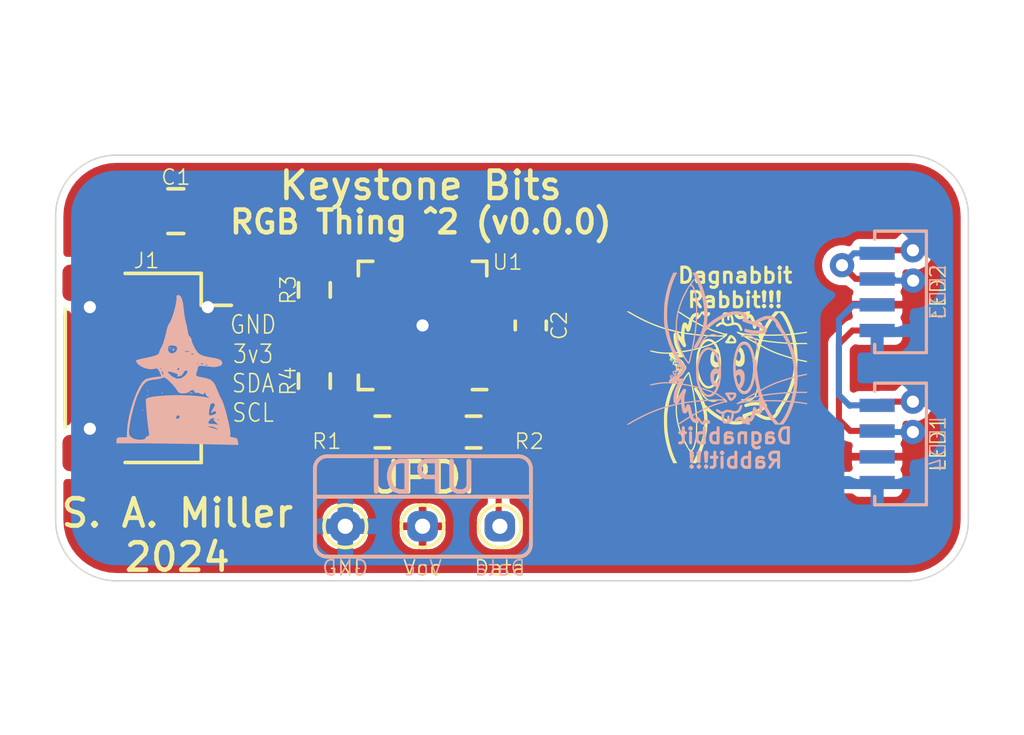
<source format=kicad_pcb>
(kicad_pcb (version 20211014) (generator pcbnew)
  (title_block (title "Keystone Bits") (date "2024") (rev "0.0.0") (company "S. A. Miller") (comment 1 "RGB Thing ^2"))
  (layers (0 "F.Cu" signal) (31 "B.Cu" signal) (34 "B.Paste" user) (35 "F.Paste" user) (36 "B.SilkS" user "B.Silkscreen") (37 "F.SilkS" user "F.Silkscreen") (38 "B.Mask" user) (39 "F.Mask" user) (44 "Edge.Cuts" user))
  (net 0 "")
  (net 1 "GND")
  (net 2 "I2C-Vcc")
  (net 3 "/PA0")
  (net 4 "~{RESET}")
  (net 5 "PA2")
  (net 6 "PA3")
  (net 7 "PA4")
  (net 8 "PA5")
  (net 9 "PA6")
  (net 10 "PA7")
  (net 11 "PB7")
  (net 12 "PB6")
  (net 13 "PB5")
  (net 14 "PB4")
  (net 15 "PB3")
  (net 16 "PB2")
  (net 17 "PC0")
  (net 18 "PC1")
  (net 19 "PC2")
  (net 20 "PC3")
  (net 21 "PC4")
  (net 22 "PC5")
  (net 23 "PA1")
  (net 24 "PB1")
  (net 25 "PB0")
  (net 26 "Net-(LED1-Pad2)")
  (net 27 "Net-(LED2-Pad2)")
  (net 28 "Net-(LED3-Pad2)")
  (footprint "tinker:LED-SMD_4P-L4.0-W1.7_XL-4020RGBC-WS2812B" (layer "F.Cu") (at 112 97.5 90)
    (fp_text reference "LED2" (at 0 2 90) (layer "F.SilkS") (effects (font (size 0.5 0.5) (thickness 0.05))))
    (fp_text value "XL-4020RGBC-WS2812B")
    (pad "1" smd rect (at 1.27 0 90) (size 0.43 1.15) (layers "F.Cu" "F.Paste" "F.Mask") (net 1 "GND"))
    (pad "2" smd rect (at 0.43 0 90) (size 0.43 1.15) (layers "F.Cu" "F.Paste" "F.Mask") (net 27 "Net-(LED2-Pad2)"))
    (pad "3" smd rect (at -0.42 0 90) (size 0.43 1.15) (layers "F.Cu" "F.Paste" "F.Mask") (net 2 "I2C-Vcc"))
    (pad "4" smd rect (at -1.27 0 90) (size 0.43 1.15) (layers "F.Cu" "F.Paste" "F.Mask") (net 26 "Net-(LED1-Pad2)"))
  )
  (footprint "tinker:UPDI_connection" (layer "F.Cu") (at 97.06 105.2068)
    (fp_text reference "J2" hide)
    (fp_text value "UPDI Connection" hide)
    (fp_text user "GND" (at -2.54 1.3716 unlocked) (layer "B.SilkS") (effects (font (size 0.5 0.5) (thickness 0.05)) (justify mirror)))
    (fp_text user "UPDI" (at 0 -1.6 unlocked) (layer "B.SilkS") (effects (justify mirror)))
    (fp_text user "Data" (at 2.54 1.3716 unlocked) (layer "B.SilkS") (effects (font (size 0.5 0.5) (thickness 0.05)) (justify mirror)))
    (fp_text user "Vcc" (at 0 1.3716 unlocked) (layer "B.SilkS") (effects (font (size 0.5 0.5) (thickness 0.05)) (justify mirror)))
    (fp_text user "UPDI" (at 0 -1.6 unlocked) (layer "F.SilkS"))
    (fp_text user "Vcc" (at 0 1.3716 unlocked) (layer "F.SilkS") (effects (font (size 0.5 0.5) (thickness 0.05))))
    (fp_text user "GND" (at -2.54 1.3716 unlocked) (layer "F.SilkS") (effects (font (size 0.5 0.5) (thickness 0.05))))
    (fp_text user "Data" (at 2.54 1.3716 unlocked) (layer "F.SilkS") (effects (font (size 0.5 0.5) (thickness 0.05))))
    (pad "1" thru_hole roundrect (at -2.54 0 90) (size 1 1) (drill 0.5) (layers F&B.Cu *.Mask) (roundrect_rratio 0.33) (net 1 "GND"))
    (pad "2" thru_hole roundrect (at 0 0 90) (size 1 1) (drill 0.5) (layers *.Cu *.Mask) (roundrect_rratio 0.33) (net 2 "I2C-Vcc"))
    (pad "3" thru_hole roundrect (at 2.54 0 90) (size 1 1) (drill 0.5) (layers *.Cu *.Mask) (roundrect_rratio 0.33) (net 4 "~{RESET}"))
  )
  (footprint "Capacitor_SMD:C_0805_2012Metric" (layer "F.Cu") (at 88.9508 94.8436)
    (fp_text reference "C1" (at 0 -1.1176) (layer "F.SilkS") (effects (font (size 0.5 0.5) (thickness 0.05))))
    (fp_text value "4.7uF")
    (pad "1" smd roundrect (at -0.95 0) (size 1 1.45) (layers "F.Cu" "F.Paste" "F.Mask") (net 2 "I2C-Vcc"))
    (pad "2" smd roundrect (at 0.95 0) (size 1 1.45) (layers "F.Cu" "F.Paste" "F.Mask") (net 1 "GND"))
  )
  (footprint "Capacitor_SMD:C_0603_1608Metric" (layer "F.Cu") (at 100.616 98.6028 -90)
    (fp_text reference "C2" (at 0 -0.9352 90) (layer "F.SilkS") (effects (font (size 0.5 0.5) (thickness 0.05))))
    (fp_text value "100nF")
    (pad "1" smd roundrect (at -0.775 0 270) (size 0.9 0.95) (layers "F.Cu" "F.Paste" "F.Mask") (net 2 "I2C-Vcc"))
    (pad "2" smd roundrect (at 0.775 0 270) (size 0.9 0.95) (layers "F.Cu" "F.Paste" "F.Mask") (net 1 "GND"))
  )
  (footprint "Package_DFN_QFN:QFN-24-1EP_4x4mm_P0.5mm_EP2.6x2.6mm" (layer "F.Cu") (at 97.06 98.6028 180)
    (fp_text reference "U1" (at -2.794 2.0828) (layer "F.SilkS") (effects (font (size 0.5 0.5) (thickness 0.05))))
    (fp_text value "ATtiny1617")
    (pad "1" smd roundrect (at -1.9375 -1.25 180) (size 0.825 0.25) (layers "F.Cu" "F.Paste" "F.Mask") (net 5 "PA2"))
    (pad "2" smd roundrect (at -1.9375 -0.75 180) (size 0.825 0.25) (layers "F.Cu" "F.Paste" "F.Mask") (net 6 "PA3"))
    (pad "3" smd roundrect (at -1.9375 -0.25 180) (size 0.825 0.25) (layers "F.Cu" "F.Paste" "F.Mask") (net 1 "GND"))
    (pad "4" smd roundrect (at -1.9375 0.25 180) (size 0.825 0.25) (layers "F.Cu" "F.Paste" "F.Mask") (net 2 "I2C-Vcc"))
    (pad "5" smd roundrect (at -1.9375 0.75 180) (size 0.825 0.25) (layers "F.Cu" "F.Paste" "F.Mask") (net 7 "PA4"))
    (pad "6" smd roundrect (at -1.9375 1.25 180) (size 0.825 0.25) (layers "F.Cu" "F.Paste" "F.Mask") (net 8 "PA5"))
    (pad "7" smd roundrect (at -1.25 1.9375 180) (size 0.25 0.825) (layers "F.Cu" "F.Paste" "F.Mask") (net 9 "PA6"))
    (pad "8" smd roundrect (at -0.75 1.9375 180) (size 0.25 0.825) (layers "F.Cu" "F.Paste" "F.Mask") (net 10 "PA7"))
    (pad "9" smd roundrect (at -0.25 1.9375 180) (size 0.25 0.825) (layers "F.Cu" "F.Paste" "F.Mask") (net 11 "PB7"))
    (pad "10" smd roundrect (at 0.25 1.9375 180) (size 0.25 0.825) (layers "F.Cu" "F.Paste" "F.Mask") (net 12 "PB6"))
    (pad "11" smd roundrect (at 0.75 1.9375 180) (size 0.25 0.825) (layers "F.Cu" "F.Paste" "F.Mask") (net 13 "PB5"))
    (pad "12" smd roundrect (at 1.25 1.9375 180) (size 0.25 0.825) (layers "F.Cu" "F.Paste" "F.Mask") (net 14 "PB4"))
    (pad "13" smd roundrect (at 1.9375 1.25 180) (size 0.825 0.25) (layers "F.Cu" "F.Paste" "F.Mask") (net 15 "PB3"))
    (pad "14" smd roundrect (at 1.9375 0.75 180) (size 0.825 0.25) (layers "F.Cu" "F.Paste" "F.Mask") (net 16 "PB2"))
    (pad "15" smd roundrect (at 1.9375 0.25 180) (size 0.825 0.25) (layers "F.Cu" "F.Paste" "F.Mask") (net 24 "PB1"))
    (pad "16" smd roundrect (at 1.9375 -0.25 180) (size 0.825 0.25) (layers "F.Cu" "F.Paste" "F.Mask") (net 25 "PB0"))
    (pad "17" smd roundrect (at 1.9375 -0.75 180) (size 0.825 0.25) (layers "F.Cu" "F.Paste" "F.Mask") (net 17 "PC0"))
    (pad "18" smd roundrect (at 1.9375 -1.25 180) (size 0.825 0.25) (layers "F.Cu" "F.Paste" "F.Mask") (net 18 "PC1"))
    (pad "19" smd roundrect (at 1.25 -1.9375 180) (size 0.25 0.825) (layers "F.Cu" "F.Paste" "F.Mask") (net 19 "PC2"))
    (pad "20" smd roundrect (at 0.75 -1.9375 180) (size 0.25 0.825) (layers "F.Cu" "F.Paste" "F.Mask") (net 20 "PC3"))
    (pad "21" smd roundrect (at 0.25 -1.9375 180) (size 0.25 0.825) (layers "F.Cu" "F.Paste" "F.Mask") (net 21 "PC4"))
    (pad "22" smd roundrect (at -0.25 -1.9375 180) (size 0.25 0.825) (layers "F.Cu" "F.Paste" "F.Mask") (net 22 "PC5"))
    (pad "23" smd roundrect (at -0.75 -1.9375 180) (size 0.25 0.825) (layers "F.Cu" "F.Paste" "F.Mask") (net 3 "/PA0"))
    (pad "24" smd roundrect (at -1.25 -1.9375 180) (size 0.25 0.825) (layers "F.Cu" "F.Paste" "F.Mask") (net 23 "PA1"))
    (pad "25" smd rect (at 0 0 180) (size 2.6 2.6) (layers "F.Cu" "F.Mask") (net 1 "GND"))
  )
  (footprint "Resistor_SMD:R_0603_1608Metric" (layer "F.Cu") (at 98.7364 102.108)
    (fp_text reference "R2" (at 1.8288 0.3048) (layer "F.SilkS") (effects (font (size 0.5 0.5) (thickness 0.05))))
    (fp_text value "330R")
    (pad "1" smd roundrect (at -0.825 0) (size 0.8 0.95) (layers "F.Cu" "F.Paste" "F.Mask") (net 3 "/PA0"))
    (pad "2" smd roundrect (at 0.825 0) (size 0.8 0.95) (layers "F.Cu" "F.Paste" "F.Mask") (net 4 "~{RESET}"))
  )
  (footprint "tinker:LED-SMD_4P-L4.0-W1.7_XL-4020RGBC-WS2812B" (layer "F.Cu") (at 112 102.5 90)
    (fp_text reference "LED1" (at 0 2 270) (layer "F.SilkS") (effects (font (size 0.5 0.5) (thickness 0.05))))
    (fp_text value "XL-4020RGBC-WS2812B")
    (pad "1" smd rect (at 1.27 0 90) (size 0.43 1.15) (layers "F.Cu" "F.Paste" "F.Mask") (net 1 "GND"))
    (pad "2" smd rect (at 0.43 0 90) (size 0.43 1.15) (layers "F.Cu" "F.Paste" "F.Mask") (net 26 "Net-(LED1-Pad2)"))
    (pad "3" smd rect (at -0.42 0 90) (size 0.43 1.15) (layers "F.Cu" "F.Paste" "F.Mask") (net 2 "I2C-Vcc"))
    (pad "4" smd rect (at -1.27 0 90) (size 0.43 1.15) (layers "F.Cu" "F.Paste" "F.Mask") (net 23 "PA1"))
  )
  (footprint "Resistor_SMD:R_0603_1608Metric" (layer "F.Cu") (at 93.504 100.4316 90)
    (fp_text reference "R4" (at 0 -0.8636 90) (layer "F.SilkS") (effects (font (size 0.5 0.5) (thickness 0.05))))
    (fp_text value "10k")
    (pad "1" smd roundrect (at -0.825 0 90) (size 0.8 0.95) (layers "F.Cu" "F.Paste" "F.Mask") (net 2 "I2C-Vcc"))
    (pad "2" smd roundrect (at 0.825 0 90) (size 0.8 0.95) (layers "F.Cu" "F.Paste" "F.Mask") (net 25 "PB0"))
  )
  (footprint "tinker:DagNabbit" (layer "F.Cu") (at 107 100 180)
    (fp_text reference "REF**" hide)
    (fp_text value "DagNabbit" hide)
    (fp_text user "Dagnabbit\nRabbit!!!" (at -0.331667 2.64) (layer "F.SilkS") (effects (font (size 0.5 0.5) (thickness 0.1))))
  )
  (footprint "Connector_JST:JST_SH_SM04B-SRSS-TB_1x04-1MP_P1.00mm_Horizontal" (layer "F.Cu") (at 88 100 -90)
    (fp_text reference "J1" (at -3.5308 0.0144 180) (layer "F.SilkS") (effects (font (size 0.5 0.5) (thickness 0.05))))
    (fp_text value "JST_SH_BM048")
    (pad "1" smd roundrect (at -1.5 -2 270) (size 0.6 1.55) (layers "F.Cu" "F.Paste" "F.Mask") (net 1 "GND"))
    (pad "2" smd roundrect (at -0.5 -2 270) (size 0.6 1.55) (layers "F.Cu" "F.Paste" "F.Mask") (net 2 "I2C-Vcc"))
    (pad "3" smd roundrect (at 0.5 -2 270) (size 0.6 1.55) (layers "F.Cu" "F.Paste" "F.Mask") (net 24 "PB1"))
    (pad "4" smd roundrect (at 1.5 -2 270) (size 0.6 1.55) (layers "F.Cu" "F.Paste" "F.Mask") (net 25 "PB0"))
    (pad "MP" smd roundrect (at 2.8 1.875 270) (size 1.2 1.8) (layers "F.Cu" "F.Paste" "F.Mask") (roundrect_rratio 0.208333) (net 1 "GND"))
    (pad "MP" smd roundrect (at -2.8 1.875 270) (size 1.2 1.8) (layers "F.Cu" "F.Paste" "F.Mask") (roundrect_rratio 0.208333) (net 1 "GND"))
  )
  (footprint "Resistor_SMD:R_0603_1608Metric" (layer "F.Cu") (at 93.504 97.4344 -90)
    (fp_text reference "R3" (at 0 0.8636 90) (layer "F.SilkS") (effects (font (size 0.5 0.5) (thickness 0.05))))
    (fp_text value "10k")
    (pad "1" smd roundrect (at -0.825 0 270) (size 0.8 0.95) (layers "F.Cu" "F.Paste" "F.Mask") (net 2 "I2C-Vcc"))
    (pad "2" smd roundrect (at 0.825 0 270) (size 0.8 0.95) (layers "F.Cu" "F.Paste" "F.Mask") (net 24 "PB1"))
  )
  (footprint "Resistor_SMD:R_0603_1608Metric" (layer "F.Cu") (at 95.7392 102.108)
    (fp_text reference "R1" (at -1.8288 0.3048) (layer "F.SilkS") (effects (font (size 0.5 0.5) (thickness 0.05))))
    (fp_text value "10k")
    (pad "1" smd roundrect (at -0.825 0) (size 0.8 0.95) (layers "F.Cu" "F.Paste" "F.Mask") (net 2 "I2C-Vcc"))
    (pad "2" smd roundrect (at 0.825 0) (size 0.8 0.95) (layers "F.Cu" "F.Paste" "F.Mask") (net 3 "/PA0"))
  )
  (footprint "tinker:LED-SMD_4P-L4.0-W1.7_XL-4020RGBC-WS2812B" (layer "B.Cu") (at 112 97.5 -90)
    (fp_text reference "LED3" (at 0 -2 90) (layer "B.SilkS") (effects (font (size 0.5 0.5) (thickness 0.05)) (justify mirror)))
    (fp_text value "XL-4020RGBC-WS2812B")
    (pad "1" smd rect (at 1.27 0 270) (size 0.43 1.15) (layers "B.Cu" "B.Paste" "B.Mask") (net 1 "GND"))
    (pad "2" smd rect (at 0.43 0 270) (size 0.43 1.15) (layers "B.Cu" "B.Paste" "B.Mask") (net 28 "Net-(LED3-Pad2)"))
    (pad "3" smd rect (at -0.42 0 270) (size 0.43 1.15) (layers "B.Cu" "B.Paste" "B.Mask") (net 2 "I2C-Vcc"))
    (pad "4" smd rect (at -1.27 0 270) (size 0.43 1.15) (layers "B.Cu" "B.Paste" "B.Mask") (net 27 "Net-(LED2-Pad2)"))
  )
  (footprint "tinker:DagNabbit" (layer "B.Cu") (at 107 100 180)
    (fp_text reference "REF**" hide)
    (fp_text value "DagNabbit" hide)
    (fp_text user "Dagnabbit\nRabbit!!!" (at -0.331667 -2.64) (layer "B.SilkS") (effects (font (size 0.5 0.5) (thickness 0.1)) (justify mirror)))
  )
  (footprint "tinker:NerdMage" (layer "B.Cu") (at 89 100 180)
    (fp_text reference "G***" hide)
    (fp_text value "LOGO" hide)
  )
  (footprint "tinker:LED-SMD_4P-L4.0-W1.7_XL-4020RGBC-WS2812B" (layer "B.Cu") (at 112 102.5 -90)
    (fp_text reference "LED4" (at 0 -2 90) (layer "B.SilkS") (effects (font (size 0.5 0.5) (thickness 0.05)) (justify mirror)))
    (fp_text value "XL-4020RGBC-WS2812B")
    (pad "1" smd rect (at 1.27 0 270) (size 0.43 1.15) (layers "B.Cu" "B.Paste" "B.Mask") (net 1 "GND"))
    (pad "2" smd rect (at 0.43 0 270) (size 0.43 1.15) (layers "B.Cu" "B.Paste" "B.Mask"))
    (pad "3" smd rect (at -0.42 0 270) (size 0.43 1.15) (layers "B.Cu" "B.Paste" "B.Mask") (net 2 "I2C-Vcc"))
    (pad "4" smd rect (at -1.27 0 270) (size 0.43 1.15) (layers "B.Cu" "B.Paste" "B.Mask") (net 28 "Net-(LED3-Pad2)"))
  )
  (gr_line (start 87 107) (end 113 107) (layer "Edge.Cuts") (width 0.05))
  (gr_arc (start 85 95) (mid 85.585786 93.585786) (end 87 93) (layer "Edge.Cuts") (width 0.05))
  (gr_line (start 113 93) (end 87 93) (layer "Edge.Cuts") (width 0.05))
  (gr_arc (start 115 105) (mid 114.414214 106.414214) (end 113 107) (layer "Edge.Cuts") (width 0.05))
  (gr_line (start 115 105) (end 115 95) (layer "Edge.Cuts") (width 0.05))
  (gr_arc (start 87 107) (mid 85.585786 106.414214) (end 85 105) (layer "Edge.Cuts") (width 0.05))
  (gr_arc (start 113 93) (mid 114.414214 93.585786) (end 115 95) (layer "Edge.Cuts") (width 0.05))
  (gr_line (start 85 95) (end 85 105) (layer "Edge.Cuts") (width 0.05))
  (gr_text "${COMMENT1} (v${REVISION})" (at 97 95.2) (layer "F.SilkS") (effects (font (size 0.75 0.75))))
  (gr_text "${TITLE}" (at 97 94) (layer "F.SilkS") (effects (font (size 0.9 0.9))))
  (gr_text "${COMPANY}\n${ISSUE_DATE}" (at 89 105.5) (layer "F.SilkS") (effects (font (size 0.9 0.9))))
  (gr_text "GND\n3v3\nSDA\nSCL" (at 91.4908 100.0252) (layer "F.SilkS") (effects (font (size 0.6 0.5) (thickness 0.05))))
  (segment (start 113.174502 101.108497) (end 112.121503 101.108497) (width 0.2) (layer "F.Cu") (net 1))
  (segment (start 112.099871 96.130129) (end 112 96.23) (width 0.2) (layer "F.Cu") (net 1))
  (segment (start 113.174502 96.130129) (end 112.099871 96.130129) (width 0.2) (layer "F.Cu") (net 1))
  (segment (start 98.9975 98.8528) (end 97.31 98.8528) (width 0.2) (layer "F.Cu") (net 1))
  (segment (start 112.121503 101.108497) (end 112 101.23) (width 0.2) (layer "F.Cu") (net 1))
  (segment (start 98.9975 98.8528) (end 100.091 98.8528) (width 0.2) (layer "F.Cu") (net 1))
  (segment (start 97.31 98.8528) (end 97.06 98.6028) (width 0.2) (layer "F.Cu") (net 1))
  (segment (start 100.091 98.8528) (end 100.616 99.3778) (width 0.2) (layer "F.Cu") (net 1))
  (segment (start 90 98) (end 90 94.9428) (width 0.2) (layer "F.Cu") (net 1))
  (segment (start 90 94.9428) (end 89.9008 94.8436) (width 0.2) (layer "F.Cu") (net 1))
  (via (at 113.174502 96.130129) (size 0.8) (drill 0.4) (layers "F.Cu" "B.Cu") (net 1))
  (via (at 86.125 102) (size 0.8) (drill 0.4) (layers "F.Cu" "B.Cu") (net 1))
  (via (at 90 98) (size 0.8) (drill 0.4) (layers "F.Cu" "B.Cu") (net 1))
  (via (at 86.125 98) (size 0.8) (drill 0.4) (layers "F.Cu" "B.Cu") (net 1))
  (via (at 97.06 98.6028) (size 0.8) (drill 0.4) (layers "F.Cu" "B.Cu") (net 1))
  (via (at 113.174502 101.108497) (size 0.8) (drill 0.4) (layers "F.Cu" "B.Cu") (net 1))
  (segment (start 100.091 98.3528) (end 100.616 97.8278) (width 0.2) (layer "F.Cu") (net 2))
  (segment (start 98.9975 98.3528) (end 100.091 98.3528) (width 0.2) (layer "F.Cu") (net 2))
  (via (at 113.174502 102.108) (size 0.8) (drill 0.4) (layers "F.Cu" "B.Cu") (net 2))
  (via (at 113.1824 97.1296) (size 0.8) (drill 0.4) (layers "F.Cu" "B.Cu") (net 2))
  (segment (start 112.5272 102.108) (end 112.4992 102.08) (width 0.2) (layer "B.Cu") (net 2))
  (segment (start 113.1824 97.1296) (end 112.5896 97.1296) (width 0.2) (layer "B.Cu") (net 2))
  (segment (start 112.4992 102.08) (end 112 102.08) (width 0.2) (layer "B.Cu") (net 2))
  (segment (start 112.54 97.08) (end 112 97.08) (width 0.2) (layer "B.Cu") (net 2))
  (segment (start 113.174502 102.108) (end 112.5272 102.108) (width 0.2) (layer "B.Cu") (net 2))
  (segment (start 112.5896 97.1296) (end 112.54 97.08) (width 0.2) (layer "B.Cu") (net 2))
  (segment (start 97.6188 102.108) (end 96.5642 102.108) (width 0.2) (layer "F.Cu") (net 3))
  (segment (start 97.81 100.5403) (end 97.81 101.9168) (width 0.2) (layer "F.Cu") (net 3))
  (segment (start 97.81 101.9168) (end 97.6188 102.108) (width 0.2) (layer "F.Cu") (net 3))
  (segment (start 99.5614 102.108) (end 99.5614 105.1682) (width 0.2) (layer "F.Cu") (net 4))
  (segment (start 99.5614 105.1682) (end 99.6 105.2068) (width 0.2) (layer "F.Cu") (net 4))
  (segment (start 104.9599 100.5403) (end 108.1896 103.77) (width 0.2) (layer "F.Cu") (net 23))
  (segment (start 98.31 100.5403) (end 104.8583 100.5403) (width 0.2) (layer "F.Cu") (net 23))
  (segment (start 108.1896 103.77) (end 112 103.77) (width 0.2) (layer "F.Cu") (net 23))
  (segment (start 91.2634 100.5) (end 93.504 98.2594) (width 0.2) (layer "F.Cu") (net 24))
  (segment (start 93.5974 98.3528) (end 93.504 98.2594) (width 0.2) (layer "F.Cu") (net 24))
  (segment (start 95.1225 98.3528) (end 93.5974 98.3528) (width 0.2) (layer "F.Cu") (net 24))
  (segment (start 90 100.5) (end 91.2634 100.5) (width 0.2) (layer "F.Cu") (net 24))
  (segment (start 90 101.5) (end 91.6106 101.5) (width 0.2) (layer "F.Cu") (net 25))
  (segment (start 91.6106 101.5) (end 93.504 99.6066) (width 0.2) (layer "F.Cu") (net 25))
  (segment (start 95.1225 98.8528) (end 94.2578 98.8528) (width 0.2) (layer "F.Cu") (net 25))
  (segment (start 94.2578 98.8528) (end 93.504 99.6066) (width 0.2) (layer "F.Cu") (net 25))
  (segment (start 111.1864 98.77) (end 112 98.77) (width 0.2) (layer "F.Cu") (net 26))
  (segment (start 110.744 101.7016) (end 110.744 99.2124) (width 0.2) (layer "F.Cu") (net 26))
  (segment (start 110.744 99.2124) (end 111.1864 98.77) (width 0.2) (layer "F.Cu") (net 26))
  (segment (start 111.1124 102.07) (end 110.744 101.7016) (width 0.2) (layer "F.Cu") (net 26))
  (segment (start 112 102.07) (end 111.1124 102.07) (width 0.2) (layer "F.Cu") (net 26))
  (segment (start 111.294 97.07) (end 112 97.07) (width 0.2) (layer "F.Cu") (net 27))
  (segment (start 110.8456 96.6216) (end 111.294 97.07) (width 0.2) (layer "F.Cu") (net 27))
  (via (at 110.8456 96.6216) (size 0.8) (drill 0.4) (layers "F.Cu" "B.Cu") (net 27))
  (segment (start 110.8456 96.6216) (end 111.2372 96.23) (width 0.2) (layer "B.Cu") (net 27))
  (segment (start 111.2372 96.23) (end 112 96.23) (width 0.2) (layer "B.Cu") (net 27))
  (segment (start 111.2136 97.93) (end 110.744 98.3996) (width 0.2) (layer "B.Cu") (net 28))
  (segment (start 110.744 100.8888) (end 111.0996 101.2444) (width 0.2) (layer "B.Cu") (net 28))
  (segment (start 110.744 98.3996) (end 110.744 100.8888) (width 0.2) (layer "B.Cu") (net 28))
  (segment (start 111.0996 101.2444) (end 111.114 101.23) (width 0.2) (layer "B.Cu") (net 28))
  (segment (start 112 97.93) (end 111.2136 97.93) (width 0.2) (layer "B.Cu") (net 28))
  (segment (start 111.114 101.23) (end 112 101.23) (width 0.2) (layer "B.Cu") (net 28))
  (zone (net 2) (net_name "I2C-Vcc") (layer "F.Cu") (connect_pads (clearance 0.254)) (min_thickness 0.254) (fill yes (thermal_gap 0.254) (thermal_bridge_width 0.254))
    (polygon (pts (xy 115.9256 110.7364) (xy 84.2264 110.7364) (xy 84.2264 89.0956) (xy 115.9256 89.0956)))
  )
  (zone (net 1) (net_name "GND") (layer "B.Cu") (connect_pads (clearance 0.508)) (min_thickness 0.254) (fill yes (thermal_gap 0.508) (thermal_bridge_width 0.508))
    (polygon (pts (xy 115.4176 110.2792) (xy 84.7852 110.2792) (xy 84.7852 89.5528) (xy 115.3668 89.5528)))
  )
)
</source>
